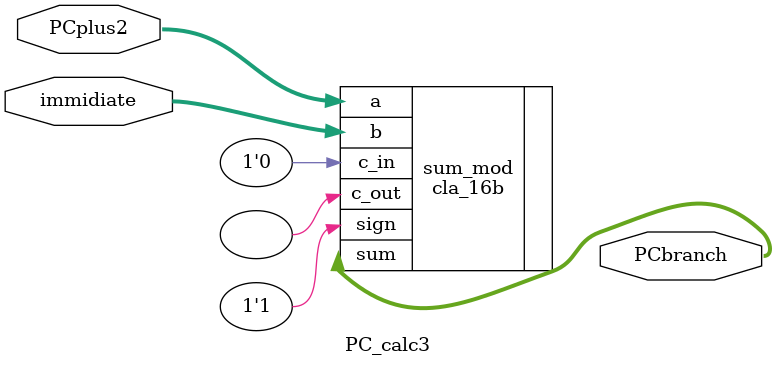
<source format=v>

/*
   CS/ECE 552 Spring '20
  
   Filename        : PC_calc3.v
   Description     : This is the module for the PC update in execute stage;
*/
module PC_calc3 (PCplus2,immidiate,PCbranch);

input [15:0] PCplus2,immidiate;
output [15:0] PCbranch;

cla_16b sum_mod(.sum(PCbranch[15:0]), .c_out(),
	.a(PCplus2[15:0]), .b(immidiate[15:0]), 
	.c_in(1'b0), .sign(1'b1));




endmodule
	

</source>
